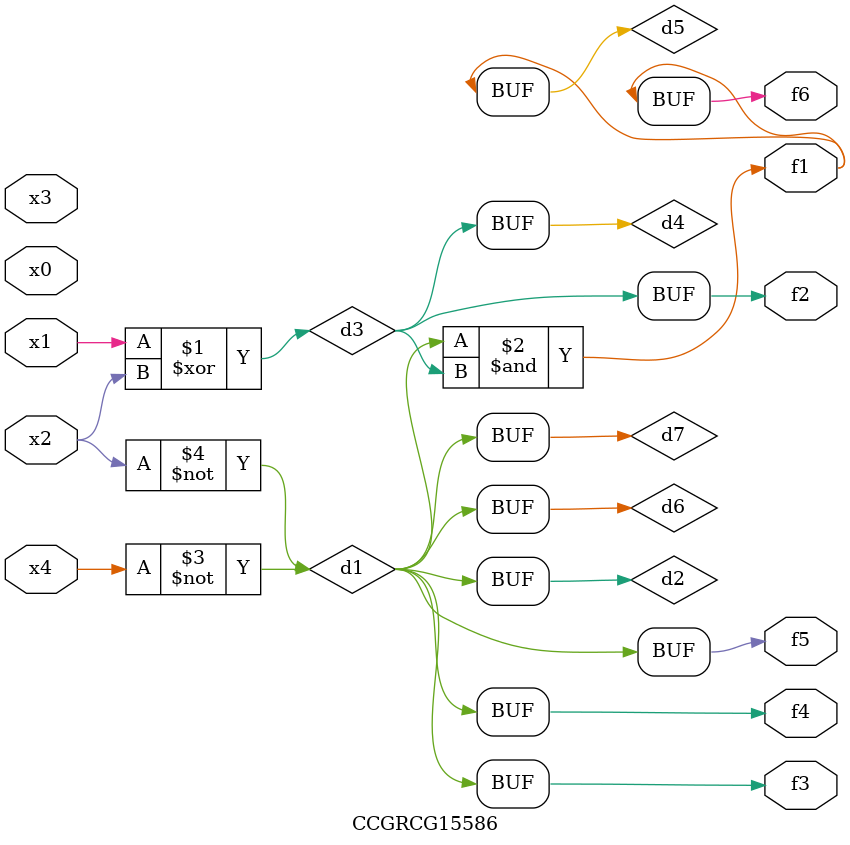
<source format=v>
module CCGRCG15586(
	input x0, x1, x2, x3, x4,
	output f1, f2, f3, f4, f5, f6
);

	wire d1, d2, d3, d4, d5, d6, d7;

	not (d1, x4);
	not (d2, x2);
	xor (d3, x1, x2);
	buf (d4, d3);
	and (d5, d1, d3);
	buf (d6, d1, d2);
	buf (d7, d2);
	assign f1 = d5;
	assign f2 = d4;
	assign f3 = d7;
	assign f4 = d7;
	assign f5 = d7;
	assign f6 = d5;
endmodule

</source>
